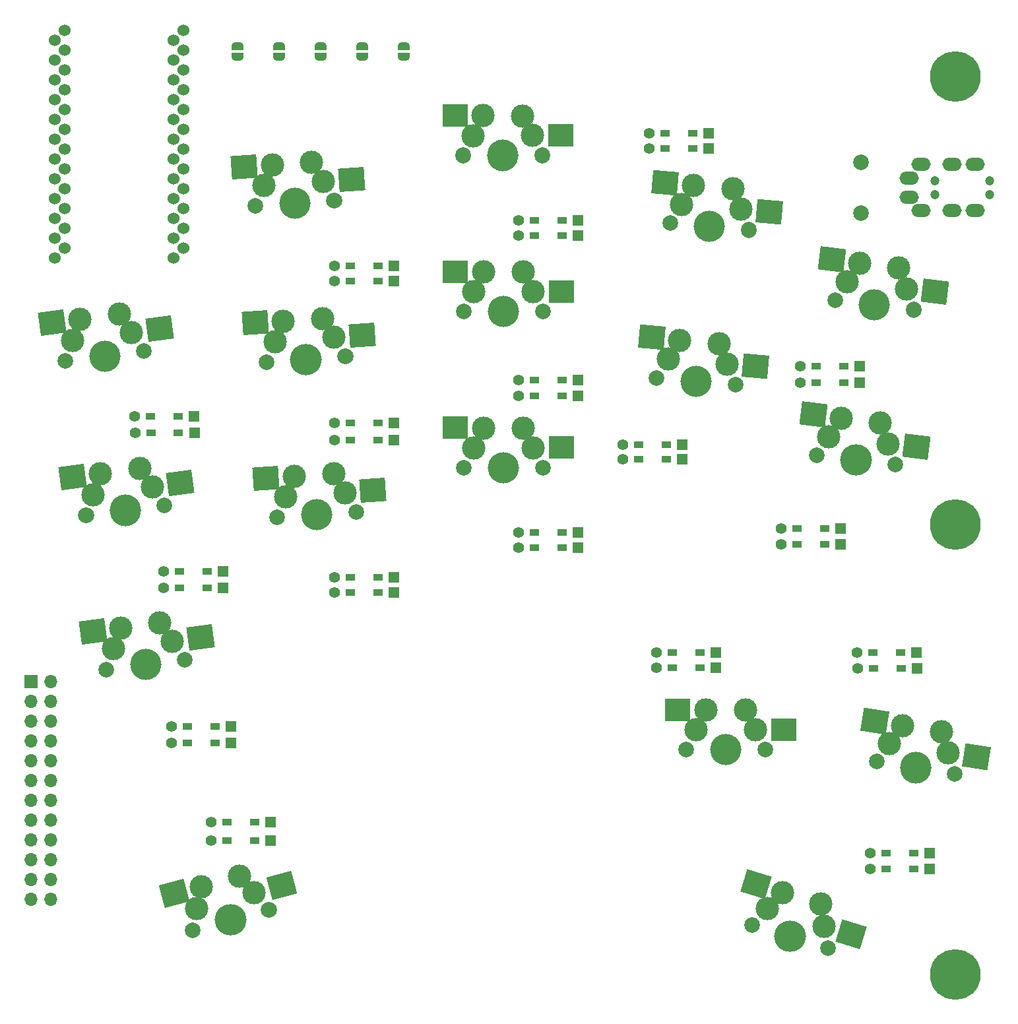
<source format=gbr>
%TF.GenerationSoftware,KiCad,Pcbnew,7.0.7*%
%TF.CreationDate,2024-06-25T00:35:16+09:00*%
%TF.ProjectId,hmproto34,686d7072-6f74-46f3-9334-2e6b69636164,rev?*%
%TF.SameCoordinates,Original*%
%TF.FileFunction,Soldermask,Top*%
%TF.FilePolarity,Negative*%
%FSLAX46Y46*%
G04 Gerber Fmt 4.6, Leading zero omitted, Abs format (unit mm)*
G04 Created by KiCad (PCBNEW 7.0.7) date 2024-06-25 00:35:16*
%MOMM*%
%LPD*%
G01*
G04 APERTURE LIST*
G04 Aperture macros list*
%AMRotRect*
0 Rectangle, with rotation*
0 The origin of the aperture is its center*
0 $1 length*
0 $2 width*
0 $3 Rotation angle, in degrees counterclockwise*
0 Add horizontal line*
21,1,$1,$2,0,0,$3*%
%AMFreePoly0*
4,1,19,0.500000,-0.750000,0.000000,-0.750000,0.000000,-0.744911,-0.071157,-0.744911,-0.207708,-0.704816,-0.327430,-0.627875,-0.420627,-0.520320,-0.479746,-0.390866,-0.500000,-0.250000,-0.500000,0.250000,-0.479746,0.390866,-0.420627,0.520320,-0.327430,0.627875,-0.207708,0.704816,-0.071157,0.744911,0.000000,0.744911,0.000000,0.750000,0.500000,0.750000,0.500000,-0.750000,0.500000,-0.750000,
$1*%
%AMFreePoly1*
4,1,19,0.000000,0.744911,0.071157,0.744911,0.207708,0.704816,0.327430,0.627875,0.420627,0.520320,0.479746,0.390866,0.500000,0.250000,0.500000,-0.250000,0.479746,-0.390866,0.420627,-0.520320,0.327430,-0.627875,0.207708,-0.704816,0.071157,-0.744911,0.000000,-0.744911,0.000000,-0.750000,-0.500000,-0.750000,-0.500000,0.750000,0.000000,0.750000,0.000000,0.744911,0.000000,0.744911,
$1*%
G04 Aperture macros list end*
%ADD10C,2.000000*%
%ADD11C,3.000000*%
%ADD12C,4.000000*%
%ADD13R,1.397000X1.397000*%
%ADD14R,1.300000X0.950000*%
%ADD15C,1.397000*%
%ADD16FreePoly0,270.000000*%
%ADD17FreePoly1,270.000000*%
%ADD18FreePoly0,90.000000*%
%ADD19FreePoly1,90.000000*%
%ADD20C,6.500000*%
%ADD21C,1.200000*%
%ADD22O,2.500000X1.700000*%
%ADD23R,1.700000X1.700000*%
%ADD24O,1.700000X1.700000*%
%ADD25C,1.524000*%
%ADD26R,3.300000X3.000000*%
%ADD27RotRect,3.300000X3.000000X353.000000*%
%ADD28RotRect,3.300000X3.000000X4.000000*%
%ADD29RotRect,3.300000X3.000000X7.500000*%
%ADD30RotRect,3.300000X3.000000X355.000000*%
%ADD31RotRect,3.300000X3.000000X343.000000*%
%ADD32RotRect,3.300000X3.000000X15.000000*%
%ADD33RotRect,3.300000X3.000000X351.000000*%
G04 APERTURE END LIST*
D10*
%TO.C,SW11*%
X23017592Y-95298649D03*
D11*
X23945191Y-92614611D03*
D12*
X28054132Y-94635576D03*
D11*
X29909329Y-89267500D03*
D10*
X33090672Y-93972503D03*
%TD*%
%TO.C,SW20*%
X119910000Y-30165000D03*
X119910000Y-36665000D03*
%TD*%
D13*
%TO.C,D20*%
X127045000Y-95110000D03*
D14*
X125010000Y-95110000D03*
X121460000Y-95110000D03*
D15*
X119425000Y-95110000D03*
%TD*%
D13*
%TO.C,D2*%
X59940000Y-43510000D03*
D14*
X57905000Y-43510000D03*
X54355000Y-43510000D03*
D15*
X52320000Y-43510000D03*
%TD*%
D16*
%TO.C,JP2*%
X45215000Y-15290000D03*
D17*
X45215000Y-16590000D03*
%TD*%
D13*
%TO.C,D31*%
X34315000Y-64860000D03*
D14*
X32280000Y-64860000D03*
X28730000Y-64860000D03*
D15*
X26695000Y-64860000D03*
%TD*%
D10*
%TO.C,SW8*%
X68864132Y-49335576D03*
D11*
X70134132Y-46795576D03*
D12*
X73944132Y-49335576D03*
D11*
X76484132Y-44255576D03*
D10*
X79024132Y-49335576D03*
%TD*%
%TO.C,SW12*%
X44936507Y-75719939D03*
D11*
X46026232Y-73097535D03*
D12*
X50004132Y-75365576D03*
D11*
X52183582Y-70120769D03*
D10*
X55071757Y-75011213D03*
%TD*%
D13*
%TO.C,D15*%
X127010000Y-93080000D03*
D14*
X124975000Y-93080000D03*
X121425000Y-93080000D03*
D15*
X119390000Y-93080000D03*
%TD*%
D10*
%TO.C,SW10*%
X114181998Y-67726480D03*
D11*
X115752079Y-65360187D03*
D12*
X119224132Y-68345576D03*
D11*
X122364295Y-63612990D03*
D10*
X124266266Y-68964672D03*
%TD*%
D18*
%TO.C,JP3*%
X50540000Y-16590000D03*
D19*
X50540000Y-15290000D03*
%TD*%
D13*
%TO.C,D28*%
X59940000Y-45430000D03*
D14*
X57905000Y-45430000D03*
X54355000Y-45430000D03*
D15*
X52320000Y-45430000D03*
%TD*%
D13*
%TO.C,D14*%
X101260000Y-93050000D03*
D14*
X99225000Y-93050000D03*
X95675000Y-93050000D03*
D15*
X93640000Y-93050000D03*
%TD*%
D13*
%TO.C,D29*%
X59940000Y-65800000D03*
D14*
X57905000Y-65800000D03*
X54355000Y-65800000D03*
D15*
X52320000Y-65800000D03*
%TD*%
D10*
%TO.C,SW7*%
X43566507Y-55809939D03*
D11*
X44656232Y-53187535D03*
D12*
X48634132Y-55455576D03*
D11*
X50813582Y-50210769D03*
D10*
X53701757Y-55101213D03*
%TD*%
D20*
%TO.C,Ref\u002A\u002A*%
X131940000Y-134370000D03*
%TD*%
D13*
%TO.C,D9*%
X96960000Y-66390000D03*
D14*
X94925000Y-66390000D03*
X91375000Y-66390000D03*
D15*
X89340000Y-66390000D03*
%TD*%
D18*
%TO.C,JP5*%
X61190000Y-16590000D03*
D19*
X61190000Y-15290000D03*
%TD*%
D20*
%TO.C,Ref\u002A\u002A*%
X131940000Y-19140000D03*
%TD*%
D16*
%TO.C,JP1*%
X39890000Y-15290000D03*
D17*
X39890000Y-16590000D03*
%TD*%
D13*
%TO.C,D17*%
X128675000Y-118850000D03*
D14*
X126640000Y-118850000D03*
X123090000Y-118850000D03*
D15*
X121055000Y-118850000D03*
%TD*%
D10*
%TO.C,SW16*%
X34077229Y-128700377D03*
D11*
X34646554Y-125918225D03*
D12*
X38984132Y-127385576D03*
D11*
X40122783Y-121821272D03*
D10*
X43891035Y-126070775D03*
%TD*%
D13*
%TO.C,D27*%
X83510000Y-79650000D03*
D14*
X81475000Y-79650000D03*
X77925000Y-79650000D03*
D15*
X75890000Y-79650000D03*
%TD*%
D10*
%TO.C,SW17*%
X105916104Y-128010328D03*
D11*
X107873235Y-125952626D03*
D12*
X110774132Y-129495576D03*
D11*
X114688394Y-125380172D03*
D10*
X115632160Y-130980824D03*
%TD*%
D13*
%TO.C,D19*%
X117240000Y-79230000D03*
D14*
X115205000Y-79230000D03*
X111655000Y-79230000D03*
D15*
X109620000Y-79230000D03*
%TD*%
D13*
%TO.C,D23*%
X96950000Y-68300000D03*
D14*
X94915000Y-68300000D03*
X91365000Y-68300000D03*
D15*
X89330000Y-68300000D03*
%TD*%
D13*
%TO.C,D5*%
X119705000Y-56370000D03*
D14*
X117670000Y-56370000D03*
X114120000Y-56370000D03*
D15*
X112085000Y-56370000D03*
%TD*%
D10*
%TO.C,SW9*%
X93653463Y-57862825D03*
D11*
X95140006Y-55443178D03*
D12*
X98714132Y-58305576D03*
D11*
X101687218Y-53466283D03*
D10*
X103774801Y-58748327D03*
%TD*%
D13*
%TO.C,D25*%
X83510000Y-39570000D03*
D14*
X81475000Y-39570000D03*
X77925000Y-39570000D03*
D15*
X75890000Y-39570000D03*
%TD*%
D13*
%TO.C,D34*%
X44120000Y-117240000D03*
D14*
X42085000Y-117240000D03*
X38535000Y-117240000D03*
D15*
X36500000Y-117240000D03*
%TD*%
D10*
%TO.C,SW6*%
X20427592Y-75498649D03*
D11*
X21355191Y-72814611D03*
D12*
X25464132Y-74835576D03*
D11*
X27319329Y-69467500D03*
D10*
X30500672Y-74172503D03*
%TD*%
D13*
%TO.C,D16*%
X44110000Y-114830000D03*
D14*
X42075000Y-114830000D03*
X38525000Y-114830000D03*
D15*
X36490000Y-114830000D03*
%TD*%
D13*
%TO.C,D6*%
X37980000Y-82700000D03*
D14*
X35945000Y-82700000D03*
X32395000Y-82700000D03*
D15*
X30360000Y-82700000D03*
%TD*%
D10*
%TO.C,SW2*%
X42126507Y-35789939D03*
D11*
X43216232Y-33167535D03*
D12*
X47194132Y-35435576D03*
D11*
X49373582Y-30190769D03*
D10*
X52261757Y-35081213D03*
%TD*%
D21*
%TO.C,J1*%
X136340000Y-32540000D03*
X129340000Y-32540000D03*
X136340000Y-34290000D03*
X129340000Y-34290000D03*
D22*
X126040000Y-32190000D03*
X126040000Y-34640000D03*
X134540000Y-30440000D03*
X134540000Y-36390000D03*
X131540000Y-30440000D03*
X131540000Y-36390000D03*
X127540000Y-30440000D03*
X127540000Y-36390000D03*
%TD*%
D13*
%TO.C,D26*%
X83510000Y-60160000D03*
D14*
X81475000Y-60160000D03*
X77925000Y-60160000D03*
D15*
X75890000Y-60160000D03*
%TD*%
D13*
%TO.C,D30*%
X59940000Y-85360000D03*
D14*
X57905000Y-85360000D03*
X54355000Y-85360000D03*
D15*
X52320000Y-85360000D03*
%TD*%
D23*
%TO.C,J2*%
X13340000Y-96810000D03*
D24*
X13340000Y-99350000D03*
X13340000Y-101890000D03*
X13340000Y-104430000D03*
X13340000Y-106970000D03*
X13340000Y-109510000D03*
X13340000Y-112050000D03*
X13340000Y-114590000D03*
X13340000Y-117130000D03*
X13340000Y-119670000D03*
X13340000Y-122210000D03*
X13340000Y-124750000D03*
X15880000Y-124750000D03*
X15880000Y-122210000D03*
X15880000Y-119670000D03*
X15880000Y-117130000D03*
X15880000Y-114590000D03*
X15880000Y-112050000D03*
X15880000Y-109510000D03*
X15880000Y-106970000D03*
X15880000Y-104430000D03*
X15880000Y-101890000D03*
X15880000Y-99350000D03*
X15880000Y-96810000D03*
%TD*%
D25*
%TO.C,U1*%
X16370000Y-14480000D03*
X32916400Y-13210000D03*
X16370000Y-17020000D03*
X32916400Y-15750000D03*
X16370000Y-19560000D03*
X32916400Y-18290000D03*
X16370000Y-22100000D03*
X32916400Y-20830000D03*
X16370000Y-24640000D03*
X32916400Y-23370000D03*
X16370000Y-27180000D03*
X32916400Y-25910000D03*
X16370000Y-29720000D03*
X32916400Y-28450000D03*
X16370000Y-32260000D03*
X32916400Y-30990000D03*
X16370000Y-34800000D03*
X32916400Y-33530000D03*
X16370000Y-37340000D03*
X32916400Y-36070000D03*
X16370000Y-39880000D03*
X32916400Y-38610000D03*
X16370000Y-42420000D03*
X32916400Y-41150000D03*
X17696400Y-41150000D03*
X31610000Y-42420000D03*
X17696400Y-38610000D03*
X31610000Y-39880000D03*
X17696400Y-36070000D03*
X31610000Y-37340000D03*
X17696400Y-33530000D03*
X31610000Y-34800000D03*
X17696400Y-30990000D03*
X31610000Y-32260000D03*
X17696400Y-28450000D03*
X31610000Y-29720000D03*
X17696400Y-25910000D03*
X31610000Y-27180000D03*
X17696400Y-23370000D03*
X31610000Y-24640000D03*
X17696400Y-20830000D03*
X31610000Y-22100000D03*
X17696400Y-18290000D03*
X31610000Y-19560000D03*
X17696400Y-15750000D03*
X31610000Y-17020000D03*
X17696400Y-13210000D03*
X31610000Y-14480000D03*
%TD*%
D10*
%TO.C,SW14*%
X97434132Y-105545576D03*
D11*
X98704132Y-103005576D03*
D12*
X102514132Y-105545576D03*
D11*
X105054132Y-100465576D03*
D10*
X107594132Y-105545576D03*
%TD*%
%TO.C,SW3*%
X68844132Y-29295576D03*
D11*
X70114132Y-26755576D03*
D12*
X73924132Y-29295576D03*
D11*
X76464132Y-24215576D03*
D10*
X79004132Y-29295576D03*
%TD*%
D13*
%TO.C,D33*%
X39025000Y-104660000D03*
D14*
X36990000Y-104660000D03*
X33440000Y-104660000D03*
D15*
X31405000Y-104660000D03*
%TD*%
D10*
%TO.C,SW4*%
X95373463Y-37972825D03*
D11*
X96860006Y-35553178D03*
D12*
X100434132Y-38415576D03*
D11*
X103407218Y-33576283D03*
D10*
X105494801Y-38858327D03*
%TD*%
D13*
%TO.C,D21*%
X128680000Y-120870000D03*
D14*
X126645000Y-120870000D03*
X123095000Y-120870000D03*
D15*
X121060000Y-120870000D03*
%TD*%
D13*
%TO.C,D4*%
X100310000Y-26430000D03*
D14*
X98275000Y-26430000D03*
X94725000Y-26430000D03*
D15*
X92690000Y-26430000D03*
%TD*%
D10*
%TO.C,SW13*%
X68874132Y-69345576D03*
D11*
X70144132Y-66805576D03*
D12*
X73954132Y-69345576D03*
D11*
X76494132Y-64265576D03*
D10*
X79034132Y-69345576D03*
%TD*%
D13*
%TO.C,D12*%
X59940000Y-83460000D03*
D14*
X57905000Y-83460000D03*
X54355000Y-83460000D03*
D15*
X52320000Y-83460000D03*
%TD*%
D20*
%TO.C,Ref\u002A\u002A*%
X131940000Y-76640000D03*
%TD*%
D10*
%TO.C,SW5*%
X116551998Y-47876480D03*
D11*
X118122079Y-45510187D03*
D12*
X121594132Y-48495576D03*
D11*
X124734295Y-43762990D03*
D10*
X126636266Y-49114672D03*
%TD*%
D13*
%TO.C,D7*%
X59940000Y-63660000D03*
D14*
X57905000Y-63660000D03*
X54355000Y-63660000D03*
D15*
X52320000Y-63660000D03*
%TD*%
D10*
%TO.C,SW1*%
X17797592Y-55688649D03*
D11*
X18725191Y-53004611D03*
D12*
X22834132Y-55025576D03*
D11*
X24689329Y-49657500D03*
D10*
X27870672Y-54362503D03*
%TD*%
D13*
%TO.C,D22*%
X100300000Y-28390000D03*
D14*
X98265000Y-28390000D03*
X94715000Y-28390000D03*
D15*
X92680000Y-28390000D03*
%TD*%
D13*
%TO.C,D10*%
X117260000Y-77160000D03*
D14*
X115225000Y-77160000D03*
X111675000Y-77160000D03*
D15*
X109640000Y-77160000D03*
%TD*%
D13*
%TO.C,D1*%
X34305000Y-62780000D03*
D14*
X32270000Y-62780000D03*
X28720000Y-62780000D03*
D15*
X26685000Y-62780000D03*
%TD*%
D13*
%TO.C,D13*%
X83510000Y-77670000D03*
D14*
X81475000Y-77670000D03*
X77925000Y-77670000D03*
D15*
X75890000Y-77670000D03*
%TD*%
D10*
%TO.C,SW15*%
X121866675Y-107060889D03*
D11*
X123518383Y-104750832D03*
D12*
X126884132Y-107855576D03*
D11*
X130187547Y-103235463D03*
D10*
X131901589Y-108650263D03*
%TD*%
D13*
%TO.C,D11*%
X39040000Y-102600000D03*
D14*
X37005000Y-102600000D03*
X33455000Y-102600000D03*
D15*
X31420000Y-102600000D03*
%TD*%
D13*
%TO.C,D3*%
X83510000Y-37630000D03*
D14*
X81475000Y-37630000D03*
X77925000Y-37630000D03*
D15*
X75890000Y-37630000D03*
%TD*%
D13*
%TO.C,D32*%
X37980000Y-84750000D03*
D14*
X35945000Y-84750000D03*
X32395000Y-84750000D03*
D15*
X30360000Y-84750000D03*
%TD*%
D13*
%TO.C,D24*%
X101260000Y-95000000D03*
D14*
X99225000Y-95000000D03*
X95675000Y-95000000D03*
D15*
X93640000Y-95000000D03*
%TD*%
D13*
%TO.C,D18*%
X119710000Y-58440000D03*
D14*
X117675000Y-58440000D03*
X114125000Y-58440000D03*
D15*
X112090000Y-58440000D03*
%TD*%
D13*
%TO.C,D8*%
X83510000Y-58100000D03*
D14*
X81475000Y-58100000D03*
X77925000Y-58100000D03*
D15*
X75890000Y-58100000D03*
%TD*%
D18*
%TO.C,JP4*%
X55865000Y-16590000D03*
D19*
X55865000Y-15290000D03*
%TD*%
D10*
%TO.C,SW26*%
X79010000Y-29280000D03*
D11*
X77740000Y-26740000D03*
D12*
X73930000Y-29280000D03*
D11*
X71390000Y-24200000D03*
D10*
X68850000Y-29280000D03*
D26*
X81380000Y-26700000D03*
X67780000Y-24160000D03*
%TD*%
D10*
%TO.C,SW25*%
X107590000Y-105550000D03*
D11*
X106320000Y-103010000D03*
D12*
X102510000Y-105550000D03*
D11*
X99970000Y-100470000D03*
D10*
X97430000Y-105550000D03*
D26*
X109960000Y-102970000D03*
X96360000Y-100430000D03*
%TD*%
D10*
%TO.C,SW19*%
X124284268Y-68978192D03*
D11*
X123333283Y-66302351D03*
D12*
X119242134Y-68359096D03*
D11*
X117340163Y-63007413D03*
D10*
X114200000Y-67740000D03*
D27*
X126951026Y-66706253D03*
X113761946Y-62527763D03*
%TD*%
D10*
%TO.C,SW29*%
X52285250Y-35091274D03*
D11*
X50841163Y-32646052D03*
D12*
X47217625Y-35445637D03*
D11*
X44329449Y-30555193D03*
D10*
X42150000Y-35800000D03*
D28*
X54469506Y-32352236D03*
X40725453Y-30767111D03*
%TD*%
D10*
%TO.C,SW32*%
X27856540Y-54366927D03*
D11*
X26265868Y-52014425D03*
D12*
X22820000Y-55030000D03*
D11*
X19638657Y-50324997D03*
D10*
X17783460Y-55693073D03*
D29*
X29869506Y-51499652D03*
X16054320Y-50756539D03*
%TD*%
D10*
%TO.C,SW34*%
X33086540Y-93976927D03*
D11*
X31495868Y-91624425D03*
D12*
X28050000Y-94640000D03*
D11*
X24868657Y-89934997D03*
D10*
X23013460Y-95303073D03*
D29*
X35099506Y-91109652D03*
X21284320Y-90366539D03*
%TD*%
D10*
%TO.C,SW30*%
X53687625Y-55095637D03*
D11*
X52243538Y-52650415D03*
D12*
X48620000Y-55450000D03*
D11*
X45731824Y-50559556D03*
D10*
X43552375Y-55804363D03*
D28*
X55871881Y-52356599D03*
X42127828Y-50771474D03*
%TD*%
D10*
%TO.C,SW33*%
X30490000Y-74180000D03*
D11*
X28899328Y-71827498D03*
D12*
X25453460Y-74843073D03*
D11*
X22272117Y-70138070D03*
D10*
X20416920Y-75506146D03*
D29*
X32502966Y-71312725D03*
X18687780Y-70569612D03*
%TD*%
D10*
%TO.C,SW24*%
X103760000Y-58730000D03*
D11*
X102716208Y-56088978D03*
D12*
X98699331Y-58287249D03*
D11*
X96611748Y-53005204D03*
D10*
X93638662Y-57844498D03*
D30*
X106345844Y-56366377D03*
X93018971Y-52650724D03*
%TD*%
D10*
%TO.C,SW22*%
X115618028Y-130985248D03*
D11*
X115146145Y-128184922D03*
D12*
X110760000Y-129500000D03*
D11*
X109816234Y-123899348D03*
D10*
X105901972Y-128014752D03*
D31*
X118638789Y-129210903D03*
X106375669Y-122805634D03*
%TD*%
D10*
%TO.C,SW28*%
X79040000Y-69348000D03*
D11*
X77770000Y-66808000D03*
D12*
X73960000Y-69348000D03*
D11*
X71420000Y-64268000D03*
D10*
X68880000Y-69348000D03*
D26*
X81410000Y-66768000D03*
X67810000Y-64228000D03*
%TD*%
D10*
%TO.C,SW18*%
X126642134Y-49079096D03*
D11*
X125691149Y-46403255D03*
D12*
X121600000Y-48460000D03*
D11*
X119698029Y-43108317D03*
D10*
X116557866Y-47840904D03*
D27*
X129308892Y-46807157D03*
X116119812Y-42628667D03*
%TD*%
D10*
%TO.C,SW35*%
X43875155Y-126064702D03*
D11*
X41991029Y-123939951D03*
D12*
X38968252Y-127379503D03*
D11*
X35200000Y-123130000D03*
D10*
X34061349Y-128694304D03*
D32*
X45496647Y-122959212D03*
X31702654Y-124025700D03*
%TD*%
D10*
%TO.C,SW21*%
X131900000Y-108660000D03*
D11*
X131042979Y-105952600D03*
D12*
X126882543Y-107865313D03*
D11*
X125168502Y-102450513D03*
D10*
X121865086Y-107070626D03*
D33*
X134644422Y-106482514D03*
X121609204Y-101846276D03*
%TD*%
D10*
%TO.C,SW27*%
X79020000Y-49350000D03*
D11*
X77750000Y-46810000D03*
D12*
X73940000Y-49350000D03*
D11*
X71400000Y-44270000D03*
D10*
X68860000Y-49350000D03*
D26*
X81390000Y-46770000D03*
X67790000Y-44230000D03*
%TD*%
D10*
%TO.C,SW23*%
X105490669Y-38852751D03*
D11*
X104446877Y-36211729D03*
D12*
X100430000Y-38410000D03*
D11*
X98342417Y-33127955D03*
D10*
X95369331Y-37967249D03*
D30*
X108076513Y-36489128D03*
X94749640Y-32773475D03*
%TD*%
D10*
%TO.C,SW31*%
X55067625Y-75015637D03*
D11*
X53623538Y-72570415D03*
D12*
X50000000Y-75370000D03*
D11*
X47111824Y-70479556D03*
D10*
X44932375Y-75724363D03*
D28*
X57251881Y-72276599D03*
X43507828Y-70691474D03*
%TD*%
M02*

</source>
